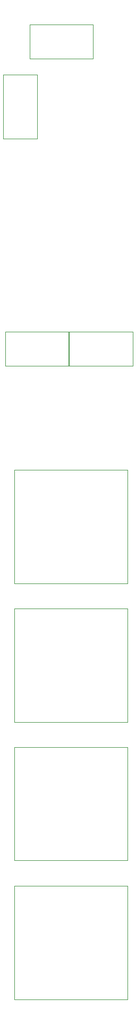
<source format=gbr>
%TF.GenerationSoftware,KiCad,Pcbnew,(5.1.9)-1*%
%TF.CreationDate,2021-09-21T18:31:50+01:00*%
%TF.ProjectId,Kosmo Noise,4b6f736d-6f20-44e6-9f69-73652e6b6963,rev?*%
%TF.SameCoordinates,Original*%
%TF.FileFunction,Other,User*%
%FSLAX46Y46*%
G04 Gerber Fmt 4.6, Leading zero omitted, Abs format (unit mm)*
G04 Created by KiCad (PCBNEW (5.1.9)-1) date 2021-09-21 18:31:50*
%MOMM*%
%LPD*%
G01*
G04 APERTURE LIST*
%ADD10C,0.120000*%
%ADD11C,0.050000*%
G04 APERTURE END LIST*
D10*
%TO.C,J2*%
X20019500Y-114727500D02*
X20019500Y-96727500D01*
X38019500Y-114727500D02*
X20019500Y-114727500D01*
X38019500Y-96727500D02*
X38019500Y-114727500D01*
X20019500Y-96727500D02*
X38019500Y-96727500D01*
%TO.C,J1*%
X20019500Y-158733000D02*
X20019500Y-140733000D01*
X38019500Y-158733000D02*
X20019500Y-158733000D01*
X38019500Y-140733000D02*
X38019500Y-158733000D01*
X20019500Y-140733000D02*
X38019500Y-140733000D01*
%TO.C,J3*%
X20019500Y-162767500D02*
X38019500Y-162767500D01*
X38019500Y-162767500D02*
X38019500Y-180767500D01*
X38019500Y-180767500D02*
X20019500Y-180767500D01*
X20019500Y-180767500D02*
X20019500Y-162767500D01*
%TO.C,J5*%
X20019500Y-118762000D02*
X38019500Y-118762000D01*
X38019500Y-118762000D02*
X38019500Y-136762000D01*
X38019500Y-136762000D02*
X20019500Y-136762000D01*
X20019500Y-136762000D02*
X20019500Y-118762000D01*
D11*
%TO.C,RV1*%
X18248000Y-34020000D02*
X18248000Y-44120000D01*
X23648000Y-34020000D02*
X18248000Y-34020000D01*
X23648000Y-44120000D02*
X23648000Y-34020000D01*
X18248000Y-44120000D02*
X23648000Y-44120000D01*
%TO.C,RV2*%
X22428000Y-26058500D02*
X22428000Y-31458500D01*
X22428000Y-31458500D02*
X32528000Y-31458500D01*
X32528000Y-31458500D02*
X32528000Y-26058500D01*
X32528000Y-26058500D02*
X22428000Y-26058500D01*
%TO.C,RV3*%
X28749500Y-80177000D02*
X38849500Y-80177000D01*
X28749500Y-74777000D02*
X28749500Y-80177000D01*
X38849500Y-74777000D02*
X28749500Y-74777000D01*
X38849500Y-80177000D02*
X38849500Y-74777000D01*
%TO.C,RV4*%
X28626000Y-80177000D02*
X28626000Y-74777000D01*
X28626000Y-74777000D02*
X18526000Y-74777000D01*
X18526000Y-74777000D02*
X18526000Y-80177000D01*
X18526000Y-80177000D02*
X28626000Y-80177000D01*
%TD*%
M02*

</source>
